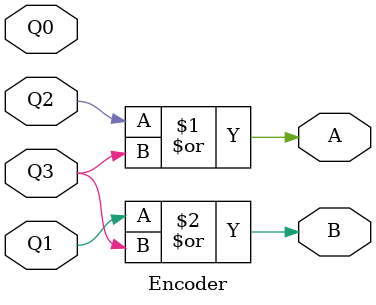
<source format=v>
module Encoder(input Q0,Q1,Q2,Q3,output A,B);
    assign A = Q2 | Q3;
    assign B = Q1 | Q3;
endmodule
</source>
